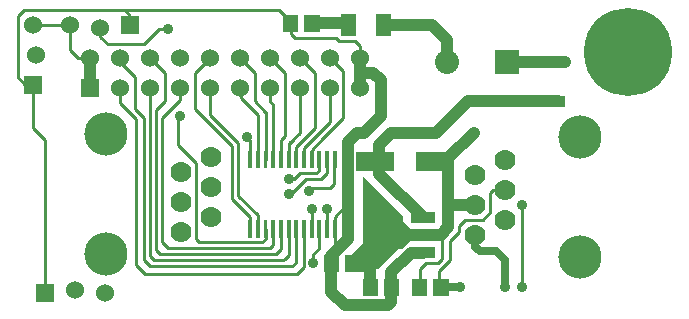
<source format=gbr>
G04 start of page 2 for group 0 idx 0 *
G04 Title: (unknown), component *
G04 Creator: pcb 20140316 *
G04 CreationDate: Tue 10 May 2016 09:21:36 AM GMT UTC *
G04 For: ndholmes *
G04 Format: Gerber/RS-274X *
G04 PCB-Dimensions (mil): 2220.00 1040.00 *
G04 PCB-Coordinate-Origin: lower left *
%MOIN*%
%FSLAX25Y25*%
%LNTOP*%
%ADD32C,0.0300*%
%ADD31C,0.0480*%
%ADD30C,0.0380*%
%ADD29C,0.1280*%
%ADD28C,0.1285*%
%ADD27C,0.0200*%
%ADD26C,0.0360*%
%ADD25R,0.0130X0.0130*%
%ADD24R,0.0360X0.0360*%
%ADD23R,0.0512X0.0512*%
%ADD22R,0.0945X0.0945*%
%ADD21R,0.0378X0.0378*%
%ADD20R,0.0630X0.0630*%
%ADD19C,0.0700*%
%ADD18C,0.0800*%
%ADD17C,0.0600*%
%ADD16C,0.1440*%
%ADD15C,0.2937*%
%ADD14C,0.0250*%
%ADD13C,0.0100*%
%ADD12C,0.0400*%
%ADD11C,0.0001*%
G54D11*G36*
X118000Y15500D02*Y14500D01*
X114000D01*
Y20500D01*
X117500Y24000D01*
Y46500D01*
X131000Y33000D01*
Y22500D01*
X129500D01*
X122500Y15500D01*
X118000D01*
G37*
G54D12*X100000Y97500D02*X112500D01*
G54D13*X93500Y98000D02*Y94000D01*
X95000Y92500D01*
X91500Y81000D02*X86500Y86000D01*
X81500Y81000D02*X76500Y86000D01*
X36000Y102000D02*X89500D01*
X93500Y98000D01*
X52500Y95500D02*X49500D01*
X44500Y90500D01*
X95000Y92500D02*X108500D01*
X109500Y91500D01*
X115000D01*
X116500Y90000D01*
Y85500D01*
X111000Y81500D02*X106500Y86000D01*
Y64500D02*Y76000D01*
X111000Y66000D02*Y81500D01*
X101500Y62500D02*Y81000D01*
X96500Y86000D01*
Y61000D02*Y76500D01*
X104000Y59000D02*X111000Y66000D01*
X93000Y57500D02*X96500Y61000D01*
X97838Y55838D02*X106500Y64500D01*
X94500Y59000D02*X92750Y57250D01*
X101500Y62500D02*X95250Y56250D01*
X91500Y60000D02*Y81000D01*
X90162Y58662D02*X91500Y60000D01*
X82500Y67000D02*X77000Y72500D01*
Y76000D01*
X66500D02*Y67000D01*
X76000Y57500D01*
X82485Y67015D02*X81250Y68250D01*
X79926Y58574D02*X79000Y59500D01*
X56000Y57000D02*Y67000D01*
X85000Y68000D02*X81500Y71500D01*
Y81000D01*
X87603Y70397D02*X86500Y71500D01*
Y76000D01*
X85044Y67956D02*X84000Y69000D01*
G54D12*X123000Y57000D02*Y52842D01*
X121658Y51500D01*
X123000Y52500D02*Y47348D01*
X124405Y97000D02*X140500D01*
X142000Y61000D02*X127000D01*
X123000Y57000D01*
X123500Y66500D02*Y78500D01*
X165500Y84500D02*X185000D01*
X140500Y97000D02*X145500Y92000D01*
Y84500D01*
X182500Y71600D02*X152600D01*
X123500Y78500D02*X121000Y81000D01*
X116500D01*
Y86000D02*Y76000D01*
X112500Y58000D02*X115500Y61000D01*
X118000D01*
X123500Y66500D01*
X152600Y71600D02*X142000Y61000D01*
X123000Y47348D02*X137442Y32906D01*
X136500Y27000D02*X143500D01*
X146000Y29500D01*
X127000Y12000D02*Y14500D01*
X133500Y21000D01*
G54D13*X136500Y13500D02*Y8500D01*
G54D12*X133500Y21000D02*X137500D01*
G54D13*X136500Y12500D02*Y15500D01*
X138500Y17500D01*
X142500D01*
X144000Y19000D01*
X143000Y12500D02*Y15000D01*
X144000Y19000D02*Y27500D01*
X146500Y18500D02*Y25000D01*
X149500Y28000D01*
X143000Y15000D02*X146500Y18500D01*
G54D14*X150000Y9500D02*X143500D01*
G54D13*X143000Y14000D02*Y9000D01*
G54D12*X120000Y11500D02*Y29500D01*
X113500Y17500D02*X120000D01*
X111500Y3500D02*X126000D01*
X127000Y4500D01*
Y12500D01*
X146000Y51500D02*Y52500D01*
X154500Y61000D01*
X146000Y29500D02*Y52500D01*
Y37000D02*X155000D01*
G54D13*X149500Y28000D02*Y30000D01*
X151500Y32000D01*
X157500D01*
X160000Y34500D01*
G54D14*X162000Y21500D02*X156500D01*
X155000Y23000D01*
Y27000D01*
G54D13*X160000Y34500D02*Y41000D01*
X161000Y42000D01*
X165000D01*
X165500Y42500D01*
G54D14*X165000Y18500D02*X162000Y21500D01*
X165000Y9500D02*Y18500D01*
G54D13*X170500Y37000D02*Y9500D01*
X42000Y65500D02*Y17000D01*
X44500Y66000D02*Y18500D01*
X46500Y76000D02*Y20000D01*
X48500Y68500D02*Y22000D01*
X50500Y24500D02*Y66000D01*
X46500Y20000D02*X48000Y18500D01*
X52500Y22500D02*X50500Y24500D01*
X48500Y22000D02*X50000Y20500D01*
X44500Y18500D02*X46500Y16500D01*
X42000Y17000D02*X45000Y14000D01*
X11500Y7500D02*Y58500D01*
X7500Y62500D01*
Y76500D01*
X36500Y76000D02*Y71000D01*
X38000Y102000D02*X39500Y100500D01*
Y96500D01*
X36500Y71000D02*X42000Y65500D01*
X41500Y79500D02*Y69000D01*
X44500Y66000D01*
X51500Y71500D02*X48500Y68500D01*
X50500Y66000D02*X56500Y72000D01*
Y76500D01*
G54D12*X26500Y86500D02*Y76000D01*
G54D13*X61500Y81000D02*X66500Y86000D01*
X36500D02*Y84500D01*
X41500Y79500D01*
X46500Y86000D02*X51500Y81000D01*
Y71500D01*
X44500Y90500D02*X32500D01*
X7500Y77000D02*X5000D01*
X2500Y79500D01*
Y100000D01*
X4500Y102000D01*
X7500Y97000D02*X20000D01*
X4500Y102000D02*X38000D01*
X32500Y90500D02*X30000Y93000D01*
Y97500D01*
X20000Y97000D02*Y88500D01*
X22500Y86000D01*
X26500D01*
X7500Y76500D02*X7000Y77000D01*
X79000Y59500D02*Y59000D01*
X74000Y39000D02*Y56500D01*
X70000Y60500D01*
X76000Y57500D02*Y40000D01*
X79926Y52114D02*Y58574D01*
X70500Y60000D02*X61500Y69000D01*
Y81000D01*
X62000Y25500D02*Y51000D01*
X86500Y22500D02*X52500D01*
X50000Y20500D02*X88500D01*
X48000Y18500D02*X91000D01*
X46500Y16500D02*X94000D01*
X45000Y14000D02*X95500D01*
X90162Y22162D02*X89000Y21000D01*
X88500Y20500D02*X90000Y22000D01*
X90162Y28886D02*Y22162D01*
X87603Y28886D02*Y23603D01*
X85044Y28886D02*Y25544D01*
X91000Y18500D02*X92500Y20000D01*
X84000Y24500D02*X63000D01*
X62000Y25500D01*
X85044Y25544D02*X84000Y24500D01*
X79926Y28886D02*Y33074D01*
X74000Y39000D01*
X90162Y52114D02*Y58662D01*
X87603Y52114D02*Y70397D01*
X85044Y52114D02*Y67956D01*
X82485Y52114D02*Y67015D01*
X87603Y23603D02*X86500Y22500D01*
X62000Y51000D02*X56000Y57000D01*
X92750Y57250D02*Y52143D01*
X95250Y56250D02*Y52143D01*
X95279Y52114D01*
X92750Y52143D02*X92721Y52114D01*
X82485Y28886D02*Y33515D01*
X76000Y40000D01*
X95279Y28886D02*Y17779D01*
X94000Y16500D01*
X92721Y28886D02*Y20221D01*
X91500Y19000D01*
X95500Y14000D02*X97500Y16000D01*
G54D12*X107000Y17500D02*Y8000D01*
X111500Y3500D01*
G54D13*X97838Y16338D02*X96500Y15000D01*
G54D12*X107000Y17000D02*Y20000D01*
X112500Y25500D01*
G54D13*X101000Y17500D02*Y20500D01*
X102956Y22456D02*X101000Y20500D01*
X108074Y22074D02*X107000Y21000D01*
X97838Y28886D02*Y16338D01*
G54D12*X112500Y25500D02*Y55500D01*
G54D13*X106500Y42500D02*X108000Y44000D01*
Y52040D01*
X108074Y52114D01*
X105515Y28886D02*Y35485D01*
X108074Y33074D02*X112500Y37500D01*
G54D12*Y54500D02*Y58000D01*
G54D13*X100500Y35000D02*X100000Y35500D01*
X105515Y35485D02*X105500Y35500D01*
X108074Y33074D02*Y22074D01*
X102956Y28886D02*Y22456D01*
X100397Y28886D02*Y35397D01*
X100500Y35500D01*
X99500Y42500D02*X106500D01*
X103500Y45500D02*X98500D01*
X93000Y40000D01*
Y45500D02*X94500D01*
X103500D02*X105500Y47500D01*
X94500Y45500D02*X96500Y47500D01*
X97838Y52114D02*Y55838D01*
X100397Y52114D02*Y55397D01*
X104250Y59250D01*
X102956Y52114D02*Y48456D01*
X102000Y47500D01*
X96500D01*
X105500D02*Y52099D01*
X105515Y52114D01*
G54D15*X206000Y88000D03*
G54D16*X189925Y19500D03*
Y59500D03*
G54D17*X56500Y76000D03*
X66500D03*
X76500D03*
X66500Y86000D03*
X76500D03*
X86500D03*
X96500D03*
X106500D03*
X116500D03*
X86500Y76000D03*
X96500D03*
X106500D03*
X116500D03*
G54D18*X145500Y84500D03*
G54D19*X154925Y27000D03*
Y37000D03*
Y47000D03*
X164925Y32000D03*
Y42000D03*
Y52000D03*
G54D11*G36*
X161500Y88500D02*Y80500D01*
X169500D01*
Y88500D01*
X161500D01*
G37*
G54D19*X67000Y53000D03*
X57000Y48000D03*
X67000Y43000D03*
X57000Y38000D03*
X67000Y33000D03*
X57000Y28000D03*
G54D16*X32000Y20500D03*
G54D11*G36*
X8500Y10500D02*Y4500D01*
X14500D01*
Y10500D01*
X8500D01*
G37*
G54D17*X21500Y8500D03*
X31500Y7500D03*
G54D11*G36*
X23500Y79000D02*Y73000D01*
X29500D01*
Y79000D01*
X23500D01*
G37*
G54D17*X36500Y76000D03*
G54D16*X32000Y60500D03*
G54D17*X46500Y76000D03*
Y86000D03*
X56500D03*
X26500D03*
X36500D03*
G54D11*G36*
X37000Y100000D02*Y94000D01*
X43000D01*
Y100000D01*
X37000D01*
G37*
G54D17*X30000Y96000D03*
X20000Y97000D03*
G54D11*G36*
X4500Y80000D02*Y74000D01*
X10500D01*
Y80000D01*
X4500D01*
G37*
G54D17*X8500Y87000D03*
X7500Y97000D03*
G54D20*X118508Y51500D02*X124807D01*
X138193D02*X144492D01*
G54D21*X135395Y21094D02*X139489D01*
X127679Y27000D02*X139489D01*
G54D22*X124055D02*X125945D01*
G54D11*G36*
X129250Y23695D02*X132090Y26535D01*
X133510Y25115D01*
X130670Y22275D01*
X129250Y23695D01*
G37*
G36*
X130670Y31725D02*X133510Y28885D01*
X132090Y27465D01*
X129250Y30305D01*
X130670Y31725D01*
G37*
G54D21*X135395Y32906D02*X139489D01*
G54D23*X127043Y9893D02*Y9107D01*
X119957Y9893D02*Y9107D01*
X143543Y9893D02*Y9107D01*
X136457Y9893D02*Y9107D01*
G54D24*X181900Y71600D02*X183100D01*
G54D23*X124405Y98181D02*Y95819D01*
X112595Y98181D02*Y95819D01*
G54D24*X181900Y84500D02*X183100D01*
G54D23*X93457Y97893D02*Y97107D01*
X100543Y97893D02*Y97107D01*
G54D25*X108074Y54417D02*Y49811D01*
X105515Y54417D02*Y49811D01*
X102956Y54417D02*Y49811D01*
X100397Y54417D02*Y49811D01*
X97838Y54417D02*Y49811D01*
X95279Y54417D02*Y49811D01*
X92721Y54417D02*Y49811D01*
X90162Y54417D02*Y49811D01*
X87603Y54417D02*Y49811D01*
X85044Y54417D02*Y49811D01*
X82485Y54417D02*Y49811D01*
X79926Y54417D02*Y49811D01*
Y31189D02*Y26583D01*
X82485Y31189D02*Y26583D01*
X85044Y31189D02*Y26583D01*
X87603Y31189D02*Y26583D01*
X90162Y31189D02*Y26583D01*
X92721Y31189D02*Y26583D01*
X95279Y31189D02*Y26583D01*
X97838Y31189D02*Y26583D01*
X100397Y31189D02*Y26583D01*
X102956Y31189D02*Y26583D01*
X105515Y31189D02*Y26583D01*
X108074Y31189D02*Y26583D01*
G54D23*X106957Y17893D02*Y17107D01*
X114043Y17893D02*Y17107D01*
G54D26*X52500Y95500D03*
X56500Y66500D03*
X93000Y40500D03*
Y45500D03*
X79000Y59500D03*
X105500Y35500D03*
X101000Y17500D03*
X100500Y35500D03*
X99500Y41500D03*
G54D12*X154500Y61000D03*
G54D26*X150000Y9500D03*
X170500Y37000D03*
X165000Y9500D03*
X170500D03*
G54D27*G54D28*G54D29*G54D30*G54D31*G54D32*G54D31*G54D32*G54D29*G54D30*G54D29*G54D30*M02*

</source>
